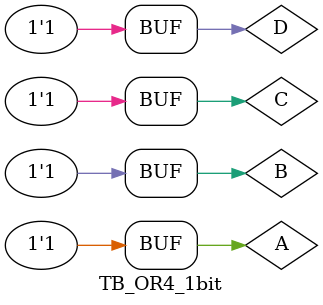
<source format=v>
`timescale 1ns/1ns

module OR4_1bit(A, B, C, D, Out);

input A, B, C, D;
output Out;

wire tmp0, tmp1;

OR2_1bit OR2_0(.A(A), .B(B), .Out(tmp0));
OR2_1bit OR2_1(.A(C), .B(D), .Out(tmp1));
OR2_1bit OR2_2(.A(tmp0), .B(tmp1), .Out(Out));

endmodule

module TB_OR4_1bit();

reg A, B, C, D;
wire Out;

OR4_1bit OR(.A(A), .B(B), .C(C), .D(D), .Out(Out));

initial begin
	A = 1'b0; B = 1'b0; C = 1'b0; D = 1'b0;
	#100;
	A = 1'b0; B = 1'b0; C = 1'b0; D = 1'b1;
	#100;
	A = 1'b0; B = 1'b0; C = 1'b1; D = 1'b0;
	#100;
	A = 1'b0; B = 1'b1; C = 1'b1; D = 1'b1;
	#100;
	A = 1'b0; B = 1'b1; C = 1'b0; D = 1'b0;
	#100;
	A = 1'b0; B = 1'b1; C = 1'b0; D = 1'b1;
	#100;
	A = 1'b0; B = 1'b1; C = 1'b1; D = 1'b0;
	#100;
	A = 1'b0; B = 1'b1; C = 1'b1; D = 1'b1;
	#100;
	A = 1'b1; B = 1'b0; C = 1'b0; D = 1'b0;
	#100;
	A = 1'b1; B = 1'b0; C = 1'b0; D = 1'b1;
	#100;
	A = 1'b1; B = 1'b0; C = 1'b1; D = 1'b0;
	#100;
	A = 1'b1; B = 1'b0; C = 1'b1; D = 1'b1;
	#100;
	A = 1'b1; B = 1'b1; C = 1'b0; D = 1'b0;
	#100;
	A = 1'b1; B = 1'b1; C = 1'b0; D = 1'b1;
	#100;
	A = 1'b1; B = 1'b1; C = 1'b1; D = 1'b0;
	#100;
	A = 1'b1; B = 1'b1; C = 1'b1; D = 1'b1;
end
endmodule

</source>
